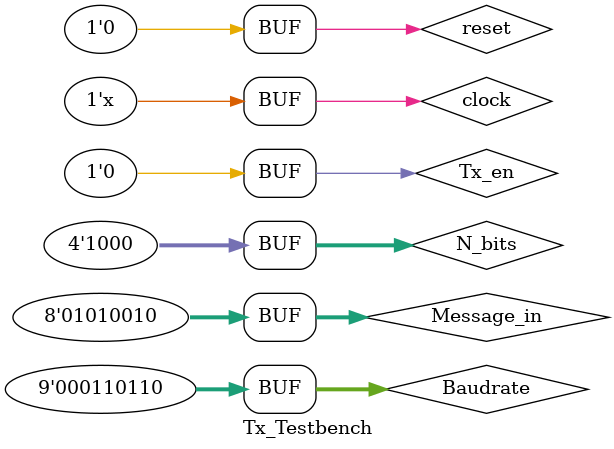
<source format=v>
`timescale 1ns/1ns

module Tx_Testbench; // For constraints we need clock , reset ,  message_in[7:0]




reg clock , reset;
reg Tx_en;
reg [7:0] Message_in;

wire [8:0] Baudrate;
wire[3:0] N_bits;
wire Tick_out, Tx_done, Tx_out;



assign Baudrate     = 9'd54;
assign N_bits       = 4'b1000;



initial begin 

clock        <= 1'b0;
reset        <= 1'b1;


#30 reset <= 1'b0;

Message_in   <= 8'h75; /////ASCII for letter "u"

#90000

Message_in   <= 8'h52; /////ASCII for letter "R"

end 

always #5 clock <= clock +  1;

always @(Message_in) begin 

		Tx_en <= 1'b1;

		#10
	
		Tx_en <= 1'b0;
   	

end 

////Instantiation of Baudrate module ( in ,in , [8:0] in , out) /////////
////////////////////////////////////////////////////////////////////////

BaudRate_generator BG1(clock, reset, Baudrate, Tick_out);

///Instantiation of UART transmition module (in, in, in, in, in, in, out, out)///
//////////////////////////////////////////////////////////////////////////// 

UART_Tx Tx1( clock, reset, Tx_en, Tick_out, Message_in, N_bits, Tx_out, Tx_done );






endmodule 
</source>
